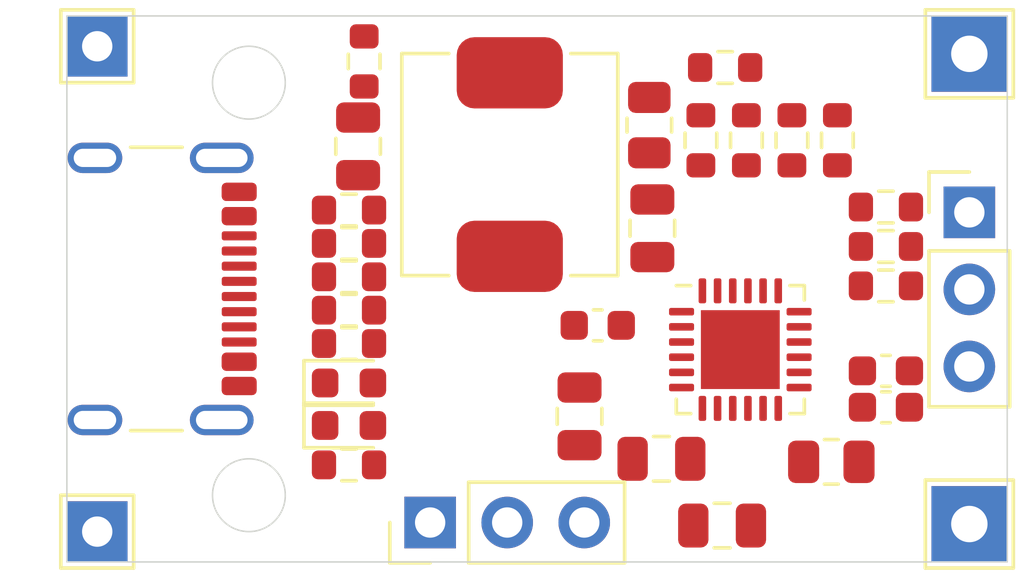
<source format=kicad_pcb>
(kicad_pcb (version 20241030) (generator "pcbnew") (generator_version "8.99")
  (layers (0 "F.Cu" signal) (2 "B.Cu" signal) (13 "F.Paste" user) (15 "B.Paste" user) (5 "F.SilkS" user "F.Silkscreen") (7 "B.SilkS" user "B.Silkscreen") (1 "F.Mask" user) (3 "B.Mask" user) (25 "Edge.Cuts" user) (39 "User.1" signal) (41 "User.2" signal) (43 "User.3" signal) (45 "User.4" signal) (47 "User.5" signal) (49 "User.6" signal) (51 "User.7" signal) (53 "User.8" signal) (55 "User.9" signal))
  (net 0 "")
  (net 59 "Net-(U1-VDD-Pad12)")
  (net 60 "Net-(U1-GND-Pad10)")
  (net 80 "Net-(P1-GND-PadA1)")
  (net 82 "Net-(P1-VBUS-PadA4)")
  (footprint "Resistor_SMD:R_0603_1608Metric" (layer "F.Cu") (at 163.9 74.1 90)
    (property "Reference" "R8" (hide yes))
    (property "Value" "R" (hide yes))
    (fp_line (start -0.237258 -0.5225) (end 0.237258 -0.5225) (stroke (width 0.12)) (layer "F.SilkS"))
    (fp_line (start -0.237258 0.5225) (end 0.237258 0.5225) (stroke (width 0.12)) (layer "F.SilkS"))
    (pad "1" smd roundrect (at -0.825 0 90) (size 0.8 0.95) (layers "F.Cu" "F.Mask" "F.Paste"))
    (pad "2" smd roundrect (at 0.825 0 90) (size 0.8 0.95) (layers "F.Cu" "F.Mask" "F.Paste"))
  )
  (footprint "Capacitor_SMD:C_0603_1608Metric" (layer "F.Cu") (at 167 82.9)
    (property "Reference" "C2" (hide yes))
    (property "Value" "C" (hide yes))
    (fp_line (start -0.14058 -0.51) (end 0.14058 -0.51) (stroke (width 0.12)) (layer "F.SilkS"))
    (fp_line (start -0.14058 0.51) (end 0.14058 0.51) (stroke (width 0.12)) (layer "F.SilkS"))
    (pad "1" smd roundrect (at -0.775 0) (size 0.9 0.95) (layers "F.Cu" "F.Mask" "F.Paste"))
    (pad "2" smd roundrect (at 0.775 0) (size 0.9 0.95) (layers "F.Cu" "F.Mask" "F.Paste"))
  )
  (footprint "Resistor_SMD:R_0603_1608Metric" (layer "F.Cu") (at 149.3 77.5)
    (property "Reference" "R12" (hide yes))
    (property "Value" "R" (hide yes))
    (fp_line (start -0.237258 -0.5225) (end 0.237258 -0.5225) (stroke (width 0.12)) (layer "F.SilkS"))
    (fp_line (start -0.237258 0.5225) (end 0.237258 0.5225) (stroke (width 0.12)) (layer "F.SilkS"))
    (pad "1" smd roundrect (at -0.825 0) (size 0.8 0.95) (layers "F.Cu" "F.Mask" "F.Paste"))
    (pad "2" smd roundrect (at 0.825 0) (size 0.8 0.95) (layers "F.Cu" "F.Mask" "F.Paste"))
  )
  (footprint "Resistor_SMD:R_0603_1608Metric" (layer "F.Cu") (at 149.3 84.8)
    (property "Reference" "R10" (hide yes))
    (property "Value" "R" (hide yes))
    (fp_line (start -0.237258 -0.5225) (end 0.237258 -0.5225) (stroke (width 0.12)) (layer "F.SilkS"))
    (fp_line (start -0.237258 0.5225) (end 0.237258 0.5225) (stroke (width 0.12)) (layer "F.SilkS"))
    (pad "1" smd roundrect (at -0.825 0) (size 0.8 0.95) (layers "F.Cu" "F.Mask" "F.Paste"))
    (pad "2" smd roundrect (at 0.825 0) (size 0.8 0.95) (layers "F.Cu" "F.Mask" "F.Paste"))
  )
  (footprint "Resistor_SMD:R_0603_1608Metric" (layer "F.Cu") (at 167 78.9)
    (property "Reference" "R3" (hide yes))
    (property "Value" "R" (hide yes))
    (fp_line (start -0.237258 -0.5225) (end 0.237258 -0.5225) (stroke (width 0.12)) (layer "F.SilkS"))
    (fp_line (start -0.237258 0.5225) (end 0.237258 0.5225) (stroke (width 0.12)) (layer "F.SilkS"))
    (pad "1" smd roundrect (at -0.825 0) (size 0.8 0.95) (layers "F.Cu" "F.Mask" "F.Paste"))
    (pad "2" smd roundrect (at 0.825 0) (size 0.8 0.95) (layers "F.Cu" "F.Mask" "F.Paste"))
  )
  (footprint "TestPoint:TestPoint_THTPad_2.5x2.5mm_Drill1.2mm" (layer "F.Cu") (at 169.75 71.25)
    (property "Reference" "J5" (hide yes))
    (property "Value" "Conn_01x01" (hide yes))
    (fp_line (start -1.45 -1.45) (end 1.45 -1.45) (stroke (width 0.12)) (layer "F.SilkS"))
    (fp_line (start -1.45 1.45) (end -1.45 -1.45) (stroke (width 0.12)) (layer "F.SilkS"))
    (fp_line (start 1.45 -1.45) (end 1.45 1.45) (stroke (width 0.12)) (layer "F.SilkS"))
    (fp_line (start 1.45 1.45) (end -1.45 1.45) (stroke (width 0.12)) (layer "F.SilkS"))
    (pad "1" thru_hole rect (at 0 0) (size 2.5 2.5) (drill 1.2) (layers "*.Cu" "*.Mask"))
  )
  (footprint "Resistor_SMD:R_0603_1608Metric" (layer "F.Cu") (at 149.3 80.8)
    (property "Reference" "R11" (hide yes))
    (property "Value" "R" (hide yes))
    (fp_line (start -0.237258 -0.5225) (end 0.237258 -0.5225) (stroke (width 0.12)) (layer "F.SilkS"))
    (fp_line (start -0.237258 0.5225) (end 0.237258 0.5225) (stroke (width 0.12)) (layer "F.SilkS"))
    (pad "1" smd roundrect (at -0.825 0) (size 0.8 0.95) (layers "F.Cu" "F.Mask" "F.Paste"))
    (pad "2" smd roundrect (at 0.825 0) (size 0.8 0.95) (layers "F.Cu" "F.Mask" "F.Paste"))
  )
  (footprint "Capacitor_SMD:C_0603_1608Metric" (layer "F.Cu") (at 167 81.7)
    (property "Reference" "C1" (hide yes))
    (property "Value" "C" (hide yes))
    (fp_line (start -0.14058 -0.51) (end 0.14058 -0.51) (stroke (width 0.12)) (layer "F.SilkS"))
    (fp_line (start -0.14058 0.51) (end 0.14058 0.51) (stroke (width 0.12)) (layer "F.SilkS"))
    (pad "1" smd roundrect (at -0.775 0) (size 0.9 0.95) (layers "F.Cu" "F.Mask" "F.Paste"))
    (pad "2" smd roundrect (at 0.775 0) (size 0.9 0.95) (layers "F.Cu" "F.Mask" "F.Paste"))
  )
  (footprint "Connector_PinHeader_2.54mm:PinHeader_1x03_P2.54mm_Vertical" (layer "F.Cu") (at 169.75 76.475)
    (property "Reference" "J2" (hide yes))
    (property "Value" "Conn_01x03" (hide yes))
    (fp_line (start -1.33 -1.33) (end 0 -1.33) (stroke (width 0.12)) (layer "F.SilkS"))
    (fp_line (start -1.33 0) (end -1.33 -1.33) (stroke (width 0.12)) (layer "F.SilkS"))
    (fp_line (start -1.33 1.27) (end -1.33 6.41) (stroke (width 0.12)) (layer "F.SilkS"))
    (fp_line (start -1.33 1.27) (end 1.33 1.27) (stroke (width 0.12)) (layer "F.SilkS"))
    (fp_line (start -1.33 6.41) (end 1.33 6.41) (stroke (width 0.12)) (layer "F.SilkS"))
    (fp_line (start 1.33 1.27) (end 1.33 6.41) (stroke (width 0.12)) (layer "F.SilkS"))
    (pad "1" thru_hole rect (at 0 0) (size 1.7 1.7) (drill 1) (layers "*.Cu" "*.Mask"))
    (pad "2" thru_hole oval (at 0 2.54) (size 1.7 1.7) (drill 1) (layers "*.Cu" "*.Mask"))
    (pad "3" thru_hole oval (at 0 5.08) (size 1.7 1.7) (drill 1) (layers "*.Cu" "*.Mask"))
  )
  (footprint "Connector_PinHeader_2.54mm:PinHeader_1x03_P2.54mm_Vertical" (layer "F.Cu") (at 151.975 86.7 90)
    (property "Reference" "J1" (hide yes))
    (property "Value" "Conn_01x03" (hide yes))
    (fp_line (start -1.33 -1.33) (end 0 -1.33) (stroke (width 0.12)) (layer "F.SilkS"))
    (fp_line (start -1.33 0) (end -1.33 -1.33) (stroke (width 0.12)) (layer "F.SilkS"))
    (fp_line (start 1.33 1.27) (end 1.33 6.41) (stroke (width 0.12)) (layer "F.SilkS"))
    (fp_line (start -1.33 1.27) (end 1.33 1.27) (stroke (width 0.12)) (layer "F.SilkS"))
    (fp_line (start -1.33 1.27) (end -1.33 6.41) (stroke (width 0.12)) (layer "F.SilkS"))
    (fp_line (start -1.33 6.41) (end 1.33 6.41) (stroke (width 0.12)) (layer "F.SilkS"))
    (pad "1" thru_hole rect (at 0 0 90) (size 1.7 1.7) (drill 1) (layers "*.Cu" "*.Mask"))
    (pad "2" thru_hole oval (at 0 2.54 90) (size 1.7 1.7) (drill 1) (layers "*.Cu" "*.Mask"))
    (pad "3" thru_hole oval (at 0 5.08 90) (size 1.7 1.7) (drill 1) (layers "*.Cu" "*.Mask"))
  )
  (footprint "Capacitor_SMD:C_0805_2012Metric" (layer "F.Cu") (at 159.3 77 90)
    (property "Reference" "C8" (hide yes))
    (property "Value" "C" (hide yes))
    (fp_line (start -0.261252 -0.735) (end 0.261252 -0.735) (stroke (width 0.12)) (layer "F.SilkS"))
    (fp_line (start -0.261252 0.735) (end 0.261252 0.735) (stroke (width 0.12)) (layer "F.SilkS"))
    (pad "1" smd roundrect (at -0.95 0 90) (size 1 1.45) (layers "F.Cu" "F.Mask" "F.Paste"))
    (pad "2" smd roundrect (at 0.95 0 90) (size 1 1.45) (layers "F.Cu" "F.Mask" "F.Paste"))
  )
  (footprint "Resistor_SMD:R_0603_1608Metric" (layer "F.Cu") (at 149.3 76.4)
    (property "Reference" "R15" (hide yes))
    (property "Value" "R" (hide yes))
    (fp_line (start -0.237258 -0.5225) (end 0.237258 -0.5225) (stroke (width 0.12)) (layer "F.SilkS"))
    (fp_line (start -0.237258 0.5225) (end 0.237258 0.5225) (stroke (width 0.12)) (layer "F.SilkS"))
    (pad "1" smd roundrect (at -0.825 0) (size 0.8 0.95) (layers "F.Cu" "F.Mask" "F.Paste"))
    (pad "2" smd roundrect (at 0.825 0) (size 0.8 0.95) (layers "F.Cu" "F.Mask" "F.Paste"))
  )
  (footprint "Resistor_SMD:R_0805_2012Metric" (layer "F.Cu") (at 159.2 73.6 90)
    (property "Reference" "R16" (hide yes))
    (property "Value" "R" (hide yes))
    (fp_line (start -0.227064 -0.735) (end 0.227064 -0.735) (stroke (width 0.12)) (layer "F.SilkS"))
    (fp_line (start -0.227064 0.735) (end 0.227064 0.735) (stroke (width 0.12)) (layer "F.SilkS"))
    (pad "1" smd roundrect (at -0.9125 0 90) (size 1.025 1.4) (layers "F.Cu" "F.Mask" "F.Paste") (roundrect_rratio 0.243902))
    (pad "2" smd roundrect (at 0.9125 0 90) (size 1.025 1.4) (layers "F.Cu" "F.Mask" "F.Paste") (roundrect_rratio 0.243902))
  )
  (footprint "Capacitor_SMD:C_0805_2012Metric" (layer "F.Cu") (at 156.9 83.2 90)
    (property "Reference" "C7" (hide yes))
    (property "Value" "C" (hide yes))
    (fp_line (start -0.261252 -0.735) (end 0.261252 -0.735) (stroke (width 0.12)) (layer "F.SilkS"))
    (fp_line (start -0.261252 0.735) (end 0.261252 0.735) (stroke (width 0.12)) (layer "F.SilkS"))
    (pad "1" smd roundrect (at -0.95 0 90) (size 1 1.45) (layers "F.Cu" "F.Mask" "F.Paste"))
    (pad "2" smd roundrect (at 0.95 0 90) (size 1 1.45) (layers "F.Cu" "F.Mask" "F.Paste"))
  )
  (footprint "Resistor_SMD:R_0603_1608Metric" (layer "F.Cu") (at 167 76.3)
    (property "Reference" "R2" (hide yes))
    (property "Value" "R" (hide yes))
    (fp_line (start -0.237258 -0.5225) (end 0.237258 -0.5225) (stroke (width 0.12)) (layer "F.SilkS"))
    (fp_line (start -0.237258 0.5225) (end 0.237258 0.5225) (stroke (width 0.12)) (layer "F.SilkS"))
    (pad "1" smd roundrect (at -0.825 0) (size 0.8 0.95) (layers "F.Cu" "F.Mask" "F.Paste"))
    (pad "2" smd roundrect (at 0.825 0) (size 0.8 0.95) (layers "F.Cu" "F.Mask" "F.Paste"))
  )
  (footprint "Inductor_SMD:L_APV_APH0620" (layer "F.Cu") (at 154.6 74.9 90)
    (property "Reference" "L1" (hide yes))
    (property "Value" "INDUCTOR" (hide yes))
    (fp_line (start 3.66 -3.56) (end 3.66 -2.01) (stroke (width 0.12)) (layer "F.SilkS"))
    (fp_line (start -3.66 -3.56) (end 3.66 -3.56) (stroke (width 0.12)) (layer "F.SilkS"))
    (fp_line (start -3.66 -3.56) (end -3.66 -2.01) (stroke (width 0.12)) (layer "F.SilkS"))
    (fp_line (start 3.66 3.56) (end 3.66 2.01) (stroke (width 0.12)) (layer "F.SilkS"))
    (fp_line (start -3.66 3.56) (end -3.66 2.01) (stroke (width 0.12)) (layer "F.SilkS"))
    (fp_line (start -3.66 3.56) (end 3.66 3.56) (stroke (width 0.12)) (layer "F.SilkS"))
    (pad "1" smd roundrect (at -3.025 0 90) (size 2.35 3.5) (layers "F.Cu" "F.Mask" "F.Paste"))
    (pad "2" smd roundrect (at 3.025 0 90) (size 2.35 3.5) (layers "F.Cu" "F.Mask" "F.Paste"))
  )
  (footprint "Resistor_SMD:R_0805_2012Metric" (layer "F.Cu") (at 165.2 84.7)
    (property "Reference" "R17" (hide yes))
    (property "Value" "R" (hide yes))
    (fp_line (start -0.227064 -0.735) (end 0.227064 -0.735) (stroke (width 0.12)) (layer "F.SilkS"))
    (fp_line (start -0.227064 0.735) (end 0.227064 0.735) (stroke (width 0.12)) (layer "F.SilkS"))
    (pad "1" smd roundrect (at -0.9125 0) (size 1.025 1.4) (layers "F.Cu" "F.Mask" "F.Paste") (roundrect_rratio 0.243902))
    (pad "2" smd roundrect (at 0.9125 0) (size 1.025 1.4) (layers "F.Cu" "F.Mask" "F.Paste") (roundrect_rratio 0.243902))
  )
  (footprint "TestPoint:TestPoint_THTPad_2.5x2.5mm_Drill1.2mm" (layer "F.Cu") (at 169.75 86.75)
    (property "Reference" "J6" (hide yes))
    (property "Value" "Conn_01x01" (hide yes))
    (fp_line (start -1.45 -1.45) (end 1.45 -1.45) (stroke (width 0.12)) (layer "F.SilkS"))
    (fp_line (start -1.45 1.45) (end -1.45 -1.45) (stroke (width 0.12)) (layer "F.SilkS"))
    (fp_line (start 1.45 -1.45) (end 1.45 1.45) (stroke (width 0.12)) (layer "F.SilkS"))
    (fp_line (start 1.45 1.45) (end -1.45 1.45) (stroke (width 0.12)) (layer "F.SilkS"))
    (pad "1" thru_hole rect (at 0 0) (size 2.5 2.5) (drill 1.2) (layers "*.Cu" "*.Mask"))
  )
  (footprint "Capacitor_SMD:C_0805_2012Metric" (layer "F.Cu") (at 149.6 74.3 90)
    (property "Reference" "C5" (hide yes))
    (property "Value" "C" (hide yes))
    (fp_line (start -0.261252 -0.735) (end 0.261252 -0.735) (stroke (width 0.12)) (layer "F.SilkS"))
    (fp_line (start -0.261252 0.735) (end 0.261252 0.735) (stroke (width 0.12)) (layer "F.SilkS"))
    (pad "1" smd roundrect (at -0.95 0 90) (size 1 1.45) (layers "F.Cu" "F.Mask" "F.Paste"))
    (pad "2" smd roundrect (at 0.95 0 90) (size 1 1.45) (layers "F.Cu" "F.Mask" "F.Paste"))
  )
  (footprint "TestPoint:TestPoint_THTPad_2.0x2.0mm_Drill1.0mm" (layer "F.Cu") (at 141 71)
    (property "Reference" "J3" (hide yes))
    (property "Value" "Conn_01x01" (hide yes))
    (fp_line (start -1.2 -1.2) (end 1.2 -1.2) (stroke (width 0.12)) (layer "F.SilkS"))
    (fp_line (start -1.2 1.2) (end -1.2 -1.2) (stroke (width 0.12)) (layer "F.SilkS"))
    (fp_line (start 1.2 -1.2) (end 1.2 1.2) (stroke (width 0.12)) (layer "F.SilkS"))
    (fp_line (start 1.2 1.2) (end -1.2 1.2) (stroke (width 0.12)) (layer "F.SilkS"))
    (pad "1" thru_hole rect (at 0 0) (size 2 2) (drill 1) (layers "*.Cu" "*.Mask"))
  )
  (footprint "Capacitor_SMD:C_0603_1608Metric" (layer "F.Cu") (at 157.5 80.2)
    (property "Reference" "C4" (hide yes))
    (property "Value" "C" (hide yes))
    (fp_line (start -0.14058 -0.51) (end 0.14058 -0.51) (stroke (width 0.12)) (layer "F.SilkS"))
    (fp_line (start -0.14058 0.51) (end 0.14058 0.51) (stroke (width 0.12)) (layer "F.SilkS"))
    (pad "1" smd roundrect (at -0.775 0) (size 0.9 0.95) (layers "F.Cu" "F.Mask" "F.Paste"))
    (pad "2" smd roundrect (at 0.775 0) (size 0.9 0.95) (layers "F.Cu" "F.Mask" "F.Paste"))
  )
  (footprint "Resistor_SMD:R_0603_1608Metric" (layer "F.Cu") (at 161.7 71.7)
    (property "Reference" "R5" (hide yes))
    (property "Value" "R" (hide yes))
    (fp_line (start -0.237258 -0.5225) (end 0.237258 -0.5225) (stroke (width 0.12)) (layer "F.SilkS"))
    (fp_line (start -0.237258 0.5225) (end 0.237258 0.5225) (stroke (width 0.12)) (layer "F.SilkS"))
    (pad "1" smd roundrect (at -0.825 0) (size 0.8 0.95) (layers "F.Cu" "F.Mask" "F.Paste"))
    (pad "2" smd roundrect (at 0.825 0) (size 0.8 0.95) (layers "F.Cu" "F.Mask" "F.Paste"))
  )
  (footprint "Resistor_SMD:R_0603_1608Metric" (layer "F.Cu") (at 162.4 74.1 90)
    (property "Reference" "R7" (hide yes))
    (property "Value" "R" (hide yes))
    (fp_line (start -0.237258 -0.5225) (end 0.237258 -0.5225) (stroke (width 0.12)) (layer "F.SilkS"))
    (fp_line (start -0.237258 0.5225) (end 0.237258 0.5225) (stroke (width 0.12)) (layer "F.SilkS"))
    (pad "1" smd roundrect (at -0.825 0 90) (size 0.8 0.95) (layers "F.Cu" "F.Mask" "F.Paste"))
    (pad "2" smd roundrect (at 0.825 0 90) (size 0.8 0.95) (layers "F.Cu" "F.Mask" "F.Paste"))
  )
  (footprint "LED_SMD:LED_0603_1608Metric" (layer "F.Cu") (at 149.3 82.1)
    (property "Reference" "D2" (hide yes))
    (property "Value" "LED" (hide yes))
    (fp_line (start -1.485 -0.735) (end -1.485 0.735) (stroke (width 0.12)) (layer "F.SilkS"))
    (fp_line (start -1.485 0.735) (end 0.8 0.735) (stroke (width 0.12)) (layer "F.SilkS"))
    (fp_line (start 0.8 -0.735) (end -1.485 -0.735) (stroke (width 0.12)) (layer "F.SilkS"))
    (pad "1" smd roundrect (at -0.7875 0) (size 0.875 0.95) (layers "F.Cu" "F.Mask" "F.Paste"))
    (pad "2" smd roundrect (at 0.7875 0) (size 0.875 0.95) (layers "F.Cu" "F.Mask" "F.Paste"))
  )
  (footprint "Resistor_SMD:R_0603_1608Metric" (layer "F.Cu") (at 149.8 71.5 90)
    (property "Reference" "R4" (hide yes))
    (property "Value" "R" (hide yes))
    (fp_line (start -0.237258 -0.5225) (end 0.237258 -0.5225) (stroke (width 0.12)) (layer "F.SilkS"))
    (fp_line (start -0.237258 0.5225) (end 0.237258 0.5225) (stroke (width 0.12)) (layer "F.SilkS"))
    (pad "1" smd roundrect (at -0.825 0 90) (size 0.8 0.95) (layers "F.Cu" "F.Mask" "F.Paste"))
    (pad "2" smd roundrect (at 0.825 0 90) (size 0.8 0.95) (layers "F.Cu" "F.Mask" "F.Paste"))
  )
  (footprint "TestPoint:TestPoint_THTPad_2.0x2.0mm_Drill1.0mm" (layer "F.Cu") (at 141 87)
    (property "Reference" "J4" (hide yes))
    (property "Value" "Conn_01x01" (hide yes))
    (fp_line (start -1.2 -1.2) (end 1.2 -1.2) (stroke (width 0.12)) (layer "F.SilkS"))
    (fp_line (start -1.2 1.2) (end -1.2 -1.2) (stroke (width 0.12)) (layer "F.SilkS"))
    (fp_line (start 1.2 -1.2) (end 1.2 1.2) (stroke (width 0.12)) (layer "F.SilkS"))
    (fp_line (start 1.2 1.2) (end -1.2 1.2) (stroke (width 0.12)) (layer "F.SilkS"))
    (pad "1" thru_hole rect (at 0 0) (size 2 2) (drill 1) (layers "*.Cu" "*.Mask"))
  )
  (footprint "Capacitor_SMD:C_0805_2012Metric" (layer "F.Cu") (at 159.6 84.6)
    (property "Reference" "C10" (hide yes))
    (property "Value" "C" (hide yes))
    (fp_line (start -0.261252 -0.735) (end 0.261252 -0.735) (stroke (width 0.12)) (layer "F.SilkS"))
    (fp_line (start -0.261252 0.735) (end 0.261252 0.735) (stroke (width 0.12)) (layer "F.SilkS"))
    (pad "1" smd roundrect (at -0.95 0) (size 1 1.45) (layers "F.Cu" "F.Mask" "F.Paste"))
    (pad "2" smd roundrect (at 0.95 0) (size 1 1.45) (layers "F.Cu" "F.Mask" "F.Paste"))
  )
  (footprint "Resistor_SMD:R_0603_1608Metric" (layer "F.Cu") (at 149.3 78.6)
    (property "Reference" "R13" (hide yes))
    (property "Value" "R" (hide yes))
    (fp_line (start -0.237258 -0.5225) (end 0.237258 -0.5225) (stroke (width 0.12)) (layer "F.SilkS"))
    (fp_line (start -0.237258 0.5225) (end 0.237258 0.5225) (stroke (width 0.12)) (layer "F.SilkS"))
    (pad "1" smd roundrect (at -0.825 0) (size 0.8 0.95) (layers "F.Cu" "F.Mask" "F.Paste"))
    (pad "2" smd roundrect (at 0.825 0) (size 0.8 0.95) (layers "F.Cu" "F.Mask" "F.Paste"))
  )
  (footprint "Resistor_SMD:R_0603_1608Metric" (layer "F.Cu") (at 165.4 74.1 90)
    (property "Reference" "R9" (hide yes))
    (property "Value" "R" (hide yes))
    (fp_line (start -0.237258 -0.5225) (end 0.237258 -0.5225) (stroke (width 0.12)) (layer "F.SilkS"))
    (fp_line (start -0.237258 0.5225) (end 0.237258 0.5225) (stroke (width 0.12)) (layer "F.SilkS"))
    (pad "1" smd roundrect (at -0.825 0 90) (size 0.8 0.95) (layers "F.Cu" "F.Mask" "F.Paste"))
    (pad "2" smd roundrect (at 0.825 0 90) (size 0.8 0.95) (layers "F.Cu" "F.Mask" "F.Paste"))
  )
  (footprint "Resistor_SMD:R_0603_1608Metric" (layer "F.Cu") (at 167 77.6)
    (property "Reference" "R1" (hide yes))
    (property "Value" "R" (hide yes))
    (fp_line (start -0.237258 -0.5225) (end 0.237258 -0.5225) (stroke (width 0.12)) (layer "F.SilkS"))
    (fp_line (start -0.237258 0.5225) (end 0.237258 0.5225) (stroke (width 0.12)) (layer "F.SilkS"))
    (pad "1" smd roundrect (at -0.825 0) (size 0.8 0.95) (layers "F.Cu" "F.Mask" "F.Paste"))
    (pad "2" smd roundrect (at 0.825 0) (size 0.8 0.95) (layers "F.Cu" "F.Mask" "F.Paste"))
  )
  (footprint "Package_DFN_QFN:QFN-24-1EP_4x4mm_P0.5mm_EP2.6x2.6mm" (layer "F.Cu") (at 162.2 81)
    (property "Reference" "U1" (hide yes))
    (property "Value" "LTC2309_QFN" (hide yes))
    (fp_line (start -2.11 2.11) (end -2.11 1.635) (stroke (width 0.12)) (layer "F.SilkS"))
    (fp_line (start -1.635 -2.11) (end -2.11 -2.11) (stroke (width 0.12)) (layer "F.SilkS"))
    (fp_line (start -1.635 2.11) (end -2.11 2.11) (stroke (width 0.12)) (layer "F.SilkS"))
    (fp_line (start 1.635 -2.11) (end 2.11 -2.11) (stroke (width 0.12)) (layer "F.SilkS"))
    (fp_line (start 1.635 2.11) (end 2.11 2.11) (stroke (width 0.12)) (layer "F.SilkS"))
    (fp_line (start 2.11 -2.11) (end 2.11 -1.635) (stroke (width 0.12)) (layer "F.SilkS"))
    (fp_line (start 2.11 2.11) (end 2.11 1.635) (stroke (width 0.12)) (layer "F.SilkS"))
    (pad "1" smd roundrect (at -1.9375 -1.25) (size 0.825 0.25) (layers "F.Cu" "F.Mask" "F.Paste"))
    (pad "2" smd roundrect (at -1.9375 -0.75) (size 0.825 0.25) (layers "F.Cu" "F.Mask" "F.Paste"))
    (pad "3" smd roundrect (at -1.9375 -0.25) (size 0.825 0.25) (layers "F.Cu" "F.Mask" "F.Paste"))
    (pad "4" smd roundrect (at -1.9375 0.25) (size 0.825 0.25) (layers "F.Cu" "F.Mask" "F.Paste"))
    (pad "5" smd roundrect (at -1.9375 0.75) (size 0.825 0.25) (layers "F.Cu" "F.Mask" "F.Paste"))
    (pad "6" smd roundrect (at -1.9375 1.25) (size 0.825 0.25) (layers "F.Cu" "F.Mask" "F.Paste"))
    (pad "7" smd roundrect (at -1.25 1.9375) (size 0.25 0.825) (layers "F.Cu" "F.Mask" "F.Paste"))
    (pad "8" smd roundrect (at -0.75 1.9375) (size 0.25 0.825) (layers "F.Cu" "F.Mask" "F.Paste"))
    (pad "9" smd roundrect (at -0.25 1.9375) (size 0.25 0.825) (layers "F.Cu" "F.Mask" "F.Paste") (net 60 "Net-(U1-GND-Pad10)"))
    (pad "10" smd roundrect (at 0.25 1.9375) (size 0.25 0.825) (layers "F.Cu" "F.Mask" "F.Paste") (net 60 "Net-(U1-GND-Pad10)"))
    (pad "11" smd roundrect (at 0.75 1.9375) (size 0.25 0.825) (layers "F.Cu" "F.Mask" "F.Paste") (net 60 "Net-(U1-GND-Pad10)"))
    (pad "12" smd roundrect (at 1.25 1.9375) (size 0.25 0.825) (layers "F.Cu" "F.Mask" "F.Paste") (net 59 "Net-(U1-VDD-Pad12)"))
    (pad "13" smd roundrect (at 1.9375 1.25) (size 0.825 0.25) (layers "F.Cu" "F.Mask" "F.Paste") (net 59 "Net-(U1-VDD-Pad12)"))
    (pad "14" smd roundrect (at 1.9375 0.75) (size 0.825 0.25) (layers "F.Cu" "F.Mask" "F.Paste"))
    (pad "15" smd roundrect (at 1.9375 0.25) (size 0.825 0.25) (layers "F.Cu" "F.Mask" "F.Paste"))
    (pad "16" smd roundrect (at 1.9375 -0.25) (size 0.825 0.25) (layers "F.Cu" "F.Mask" "F.Paste"))
    (pad "17" smd roundrect (at 1.9375 -0.75) (size 0.825 0.25) (layers "F.Cu" "F.Mask" "F.Paste"))
    (pad "18" smd roundrect (at 1.9375 -1.25) (size 0.825 0.25) (layers "F.Cu" "F.Mask" "F.Paste") (net 60 "Net-(U1-GND-Pad10)"))
    (pad "19" smd roundrect (at 1.25 -1.9375) (size 0.25 0.825) (layers "F.Cu" "F.Mask" "F.Paste") (net 60 "Net-(U1-GND-Pad10)"))
    (pad "20" smd roundrect (at 0.75 -1.9375) (size 0.25 0.825) (layers "F.Cu" "F.Mask" "F.Paste") (net 60 "Net-(U1-GND-Pad10)"))
    (pad "21" smd roundrect (at 0.25 -1.9375) (size 0.25 0.825) (layers "F.Cu" "F.Mask" "F.Paste") (net 59 "Net-(U1-VDD-Pad12)"))
    (pad "22" smd roundrect (at -0.25 -1.9375) (size 0.25 0.825) (layers "F.Cu" "F.Mask" "F.Paste"))
    (pad "23" smd roundrect (at -0.75 -1.9375) (size 0.25 0.825) (layers "F.Cu" "F.Mask" "F.Paste"))
    (pad "24" smd roundrect (at -1.25 -1.9375) (size 0.25 0.825) (layers "F.Cu" "F.Mask" "F.Paste"))
    (pad "25" smd rect (at 0 0) (size 2.6 2.6) (layers "F.Cu" "F.Mask") (net 60 "Net-(U1-GND-Pad10)"))
  )
  (footprint "Connector_USB:USB_C_Receptacle_GCT_USB4105-xx-A_16P_TopMnt_Horizontal" (layer "F.Cu") (at 142 79 -90)
    (property "Reference" "P1" (hide yes))
    (property "Value" "USB_C_Plug" (hide yes))
    (fp_line (start -4.67 -0.1) (end -4.67 -1.8) (stroke (width 0.12)) (layer "F.SilkS"))
    (fp_line (start 4.67 -0.1) (end 4.67 -1.8) (stroke (width 0.12)) (layer "F.SilkS"))
    (pad "" np_thru_hole circle (at -2.89 -2.605 270) (size 0.65 0.65) (drill 0.65) (layers "F&B.Cu" "*.Mask"))
    (pad "" np_thru_hole circle (at 2.89 -2.605 270) (size 0.65 0.65) (drill 0.65) (layers "F&B.Cu" "*.Mask"))
    (pad "A1" smd roundrect (at -3.2 -3.68 270) (size 0.6 1.15) (layers "F.Cu" "F.Mask" "F.Paste") (net 80 "Net-(P1-GND-PadA1)"))
    (pad "A4" smd roundrect (at -2.4 -3.68 270) (size 0.6 1.15) (layers "F.Cu" "F.Mask" "F.Paste") (net 82 "Net-(P1-VBUS-PadA4)"))
    (pad "A5" smd roundrect (at -1.25 -3.68 270) (size 0.3 1.15) (layers "F.Cu" "F.Mask" "F.Paste"))
    (pad "A6" smd roundrect (at -0.25 -3.68 270) (size 0.3 1.15) (layers "F.Cu" "F.Mask" "F.Paste"))
    (pad "A7" smd roundrect (at 0.25 -3.68 270) (size 0.3 1.15) (layers "F.Cu" "F.Mask" "F.Paste"))
    (pad "A8" smd roundrect (at 1.25 -3.68 270) (size 0.3 1.15) (layers "F.Cu" "F.Mask" "F.Paste"))
    (pad "A9" smd roundrect (at 2.4 -3.68 270) (size 0.6 1.15) (layers "F.Cu" "F.Mask" "F.Paste") (net 82 "Net-(P1-VBUS-PadA4)"))
    (pad "A12" smd roundrect (at 3.2 -3.68 270) (size 0.6 1.15) (layers "F.Cu" "F.Mask" "F.Paste") (net 80 "Net-(P1-GND-PadA1)"))
    (pad "B1" smd roundrect (at 3.2 -3.68 270) (size 0.6 1.15) (layers "F.Cu" "F.Mask" "F.Paste") (net 80 "Net-(P1-GND-PadA1)"))
    (pad "B4" smd roundrect (at 2.4 -3.68 270) (size 0.6 1.15) (layers "F.Cu" "F.Mask" "F.Paste") (net 82 "Net-(P1-VBUS-PadA4)"))
    (pad "B5" smd roundrect (at 1.75 -3.68 270) (size 0.3 1.15) (layers "F.Cu" "F.Mask" "F.Paste"))
    (pad "B6" smd roundrect (at 0.75 -3.68 270) (size 0.3 1.15) (layers "F.Cu" "F.Mask" "F.Paste"))
    (pad "B7" smd roundrect (at -0.75 -3.68 270) (size 0.3 1.15) (layers "F.Cu" "F.Mask" "F.Paste"))
    (pad "B8" smd roundrect (at -1.75 -3.68 270) (size 0.3 1.15) (layers "F.Cu" "F.Mask" "F.Paste"))
    (pad "B9" smd roundrect (at -2.4 -3.68 270) (size 0.6 1.15) (layers "F.Cu" "F.Mask" "F.Paste") (net 82 "Net-(P1-VBUS-PadA4)"))
    (pad "B12" smd roundrect (at -3.2 -3.68 270) (size 0.6 1.15) (layers "F.Cu" "F.Mask" "F.Paste") (net 80 "Net-(P1-GND-PadA1)"))
    (pad "S1" thru_hole oval (at -4.32 -3.105 270) (size 1 2.1) (drill oval 0.6 1.7) (layers "*.Cu" "*.Mask" "F.Paste"))
    (pad "S1" thru_hole oval (at -4.32 1.075 270) (size 1 1.8) (drill oval 0.6 1.4) (layers "*.Cu" "*.Mask" "F.Paste"))
    (pad "S1" thru_hole oval (at 4.32 -3.105 270) (size 1 2.1) (drill oval 0.6 1.7) (layers "*.Cu" "*.Mask" "F.Paste"))
    (pad "S1" thru_hole oval (at 4.32 1.075 270) (size 1 1.8) (drill oval 0.6 1.4) (layers "*.Cu" "*.Mask" "F.Paste"))
  )
  (footprint "LED_SMD:LED_0603_1608Metric" (layer "F.Cu") (at 149.3 83.5)
    (property "Reference" "D1" (hide yes))
    (property "Value" "LED" (hide yes))
    (fp_line (start -1.485 -0.735) (end -1.485 0.735) (stroke (width 0.12)) (layer "F.SilkS"))
    (fp_line (start -1.485 0.735) (end 0.8 0.735) (stroke (width 0.12)) (layer "F.SilkS"))
    (fp_line (start 0.8 -0.735) (end -1.485 -0.735) (stroke (width 0.12)) (layer "F.SilkS"))
    (pad "1" smd roundrect (at -0.7875 0) (size 0.875 0.95) (layers "F.Cu" "F.Mask" "F.Paste"))
    (pad "2" smd roundrect (at 0.7875 0) (size 0.875 0.95) (layers "F.Cu" "F.Mask" "F.Paste"))
  )
  (footprint "Resistor_SMD:R_0603_1608Metric" (layer "F.Cu") (at 149.3 79.7 180)
    (property "Reference" "R14" (hide yes))
    (property "Value" "R" (hide yes))
    (fp_line (start -0.237258 0.5225) (end 0.237258 0.5225) (stroke (width 0.12)) (layer "F.SilkS"))
    (fp_line (start -0.237258 -0.5225) (end 0.237258 -0.5225) (stroke (width 0.12)) (layer "F.SilkS"))
    (pad "1" smd roundrect (at -0.825 0 180) (size 0.8 0.95) (layers "F.Cu" "F.Mask" "F.Paste"))
    (pad "2" smd roundrect (at 0.825 0 180) (size 0.8 0.95) (layers "F.Cu" "F.Mask" "F.Paste"))
  )
  (footprint "Resistor_SMD:R_0603_1608Metric" (layer "F.Cu") (at 160.9 74.1 90)
    (property "Reference" "R6" (hide yes))
    (property "Value" "R" (hide yes))
    (fp_line (start -0.237258 -0.5225) (end 0.237258 -0.5225) (stroke (width 0.12)) (layer "F.SilkS"))
    (fp_line (start -0.237258 0.5225) (end 0.237258 0.5225) (stroke (width 0.12)) (layer "F.SilkS"))
    (pad "1" smd roundrect (at -0.825 0 90) (size 0.8 0.95) (layers "F.Cu" "F.Mask" "F.Paste"))
    (pad "2" smd roundrect (at 0.825 0 90) (size 0.8 0.95) (layers "F.Cu" "F.Mask" "F.Paste"))
  )
  (footprint "Capacitor_SMD:C_0805_2012Metric" (layer "F.Cu") (at 161.6 86.8)
    (property "Reference" "C11" (hide yes))
    (property "Value" "C" (hide yes))
    (fp_line (start -0.261252 -0.735) (end 0.261252 -0.735) (stroke (width 0.12)) (layer "F.SilkS"))
    (fp_line (start -0.261252 0.735) (end 0.261252 0.735) (stroke (width 0.12)) (layer "F.SilkS"))
    (pad "1" smd roundrect (at -0.95 0) (size 1 1.45) (layers "F.Cu" "F.Mask" "F.Paste"))
    (pad "2" smd roundrect (at 0.95 0) (size 1 1.45) (layers "F.Cu" "F.Mask" "F.Paste"))
  )
  (gr_circle (center 146 72.2) (end 146 71) (stroke (width 0.05)) (fill none) (layer "Edge.Cuts"))
  (gr_rect (start 140 70) (end 171 88) (stroke (width 0.05)) (fill none) (layer "Edge.Cuts"))
  (gr_circle (center 146 85.8) (end 146 87) (stroke (width 0.05)) (fill none) (layer "Edge.Cuts"))
)
</source>
